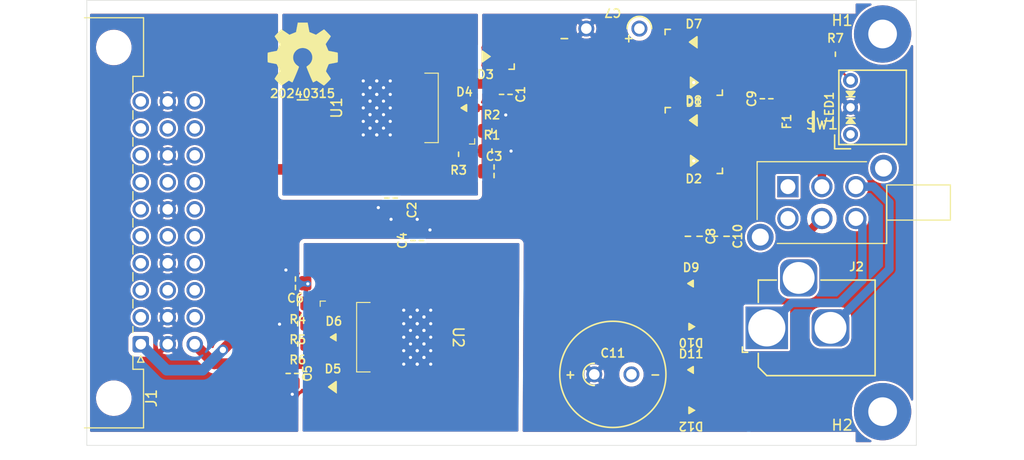
<source format=kicad_pcb>
(kicad_pcb (version 20221018) (generator pcbnew)
  (layers (0 "F.Cu" mixed) (31 "B.Cu" mixed) (34 "B.Paste" user) (35 "F.Paste" user) (36 "B.SilkS" user "B.Silkscreen") (37 "F.SilkS" user "F.Silkscreen") (38 "B.Mask" user) (39 "F.Mask" user) (44 "Edge.Cuts" user))
  (net 0 "")
  (net 1 "/V+")
  (net 2 "/5V")
  (net 10 "GND")
  (net 15 "/V-")
  (net 16 "/Vaux")
  (net 18 "/DC1p")
  (net 19 "Net-(D4-A)")
  (net 20 "/DC1n")
  (net 21 "Net-(D6-K)")
  (net 22 "/AC1_PHASE")
  (net 23 "Net-(SW1-SW1_C1)")
  (net 24 "/AC_PHASE1_IN")
  (net 25 "/AC_NEUT_IN")
  (net 30 "/SBP")
  (net 31 "/DI09")
  (net 32 "/DI10")
  (net 33 "/DI11")
  (net 34 "/DI12")
  (net 35 "/DI13")
  (net 36 "/SBN")
  (net 38 "Net-(LED1-A2)")
  (net 39 "/AC1_NEUT")
  (net 40 "/AC1_NEG_NEUT")
  (net 41 "/AC1_NEG_PHASE")
  (footprint "SquantorLabels:Label_Generic" (layer "F.Cu") (at 118.11 88.155)
    (fp_text reference "N1" hide)
    (fp_text value "20240315" (at 0 0) (layer "F.SilkS") (effects (font (size 0.8 0.8))))
  )
  (footprint "Symbol:OSHW-Symbol_6.7x6mm_SilkScreen" (layer "F.Cu") (at 118.11 84.455)
    (fp_text reference "N2" hide)
    (fp_text value "OHWLOGO" hide)
  )
  (footprint "SquantorResistor:R_0805+0603" (layer "F.Cu") (at 168.275 84.455)
    (fp_text reference "R7" (at 0 -1.5) (layer "F.SilkS") (effects (font (size 0.8 0.8))))
    (fp_text value "4K7")
    (pad "1" smd roundrect (at -0.775 0) (size 1.05 1.3) (layers "F.Cu" "F.Paste" "F.Mask") (net 18 "/DC1p"))
    (pad "2" smd roundrect (at 0.775 0) (size 1.05 1.3) (layers "F.Cu" "F.Paste" "F.Mask") (net 38 "Net-(LED1-A2)"))
  )
  (footprint "SquantorCapacitor:C-050-100-elco-lying" (layer "F.Cu") (at 147.32 82.042 180)
    (fp_text reference "C7" (at 0 1.5 180 unlocked) (layer "F.SilkS") (effects (font (size 0.8 0.8))))
    (fp_text value "470uF")
    (fp_text user "-" (at 4.565 -1 180 unlocked) (layer "F.SilkS") (effects (font (size 0.8 0.8))))
    (fp_text user "+" (at -1.5 -1 180 unlocked) (layer "F.SilkS") (effects (font (size 0.8 0.8))))
    (pad "1" thru_hole circle (at -2.5 0 180) (size 1.5 1.5) (drill 1) (layers "*.Cu" "*.Mask") (net 18 "/DC1p"))
    (pad "2" thru_hole circle (at 2.5 0 180) (size 1.5 1.5) (drill 1) (layers "*.Cu" "*.Mask") (net 10 "GND"))
  )
  (footprint "SquantorResistor:R_0805+0603" (layer "F.Cu") (at 132.795 93.875 180)
    (fp_text reference "R3" (at 0 -1.5) (layer "F.SilkS") (effects (font (size 0.8 0.8))))
    (fp_text value "240")
    (pad "1" smd roundrect (at -0.775 0 180) (size 1.05 1.3) (layers "F.Cu" "F.Paste" "F.Mask") (net 19 "Net-(D4-A)"))
    (pad "2" smd roundrect (at 0.775 0 180) (size 1.05 1.3) (layers "F.Cu" "F.Paste" "F.Mask") (net 1 "/V+"))
  )
  (footprint "SquantorDiodes:SOD-323-nexperia-hand" (layer "F.Cu") (at 154.686 110.109 180)
    (fp_text reference "D10" (at 0 -1.5 180 unlocked) (layer "F.SilkS") (effects (font (size 0.8 0.8))))
    (fp_text value "D")
    (pad "1" smd roundrect (at -1.05 0 180) (size 0.8 0.8) (layers "F.Cu" "F.Paste" "F.Mask") (roundrect_rratio 0.2) (net 40 "/AC1_NEG_NEUT"))
    (pad "2" smd roundrect (at 1.05 0 180) (size 0.8 0.8) (layers "F.Cu" "F.Paste" "F.Mask") (roundrect_rratio 0.2) (net 20 "/DC1n"))
  )
  (footprint "MountingHole:MountingHole_2.7mm_M2.5_Pad" (layer "F.Cu") (at 172.72 118.11)
    (fp_text reference "H2" (at -3.81 1.27) (layer "F.SilkS"))
    (fp_text value "MountingHole")
    (pad "1" thru_hole circle (at 0 0) (size 5.4 5.4) (drill 2.7) (layers "*.Cu" "*.Mask"))
  )
  (footprint "SquantorDiodes:SOD-123F-hand" (layer "F.Cu") (at 154.932 87.122 180)
    (fp_text reference "D8" (at 0 -1.7) (layer "F.SilkS") (effects (font (size 0.8 0.8))))
    (fp_text value "D")
    (pad "1" smd roundrect (at -1.58 0 180) (size 1.64 1.8) (layers "F.Cu" "F.Paste" "F.Mask") (roundrect_rratio 0.2) (net 22 "/AC1_PHASE"))
    (pad "2" smd roundrect (at 1.58 0 180) (size 1.64 1.8) (layers "F.Cu" "F.Paste" "F.Mask") (roundrect_rratio 0.2) (net 10 "GND"))
  )
  (footprint "SquantorCapacitor:C_0805+0603" (layer "F.Cu") (at 117.435 106.02 180)
    (fp_text reference "C6" (at 0 -1.4) (layer "F.SilkS") (effects (font (size 0.8 0.8))))
    (fp_text value "10u")
    (pad "1" smd roundrect (at -0.925 0 180) (size 1.15 1.35) (layers "F.Cu" "F.Paste" "F.Mask") (roundrect_rratio 0.2) (net 21 "Net-(D6-K)"))
    (pad "2" smd roundrect (at 0.925 0 180) (size 1.15 1.35) (layers "F.Cu" "F.Paste" "F.Mask") (roundrect_rratio 0.2) (net 10 "GND"))
  )
  (footprint "SquantorIC:TO-252_D-PAK_IRF" (layer "F.Cu") (at 128.265 111.1 -90)
    (fp_text reference "U2" (at 0 -4.5 -90 unlocked) (layer "F.SilkS"))
    (fp_text value "LM337")
    (pad "1" smd roundrect (at -2.3 6.9 270) (size 1.5 2.5) (layers "F.Cu" "F.Paste" "F.Mask") (roundrect_rratio 0.1) (net 21 "Net-(D6-K)"))
    (pad "2" smd roundrect (at 0 0 270) (size 7 7) (layers "F.Cu" "F.Paste" "F.Mask") (roundrect_rratio 0.02857142857) (net 20 "/DC1n"))
    (pad "3" smd roundrect (at 2.3 6.9 270) (size 1.5 2.5) (layers "F.Cu" "F.Paste" "F.Mask") (roundrect_rratio 0.1) (net 15 "/V-"))
  )
  (footprint "SquantorDiodes:SOD-123F-hand" (layer "F.Cu") (at 154.94 83.312)
    (fp_text reference "D7" (at 0 -1.7) (layer "F.SilkS") (effects (font (size 0.8 0.8))))
    (fp_text value "D")
    (pad "1" smd roundrect (at -1.58 0) (size 1.64 1.8) (layers "F.Cu" "F.Paste" "F.Mask") (roundrect_rratio 0.2) (net 18 "/DC1p"))
    (pad "2" smd roundrect (at 1.58 0) (size 1.64 1.8) (layers "F.Cu" "F.Paste" "F.Mask") (roundrect_rratio 0.2) (net 22 "/AC1_PHASE"))
  )
  (footprint "SquantorConnectors:DIN41612_C3_3x10_Male_Horizontal_THT" (layer "F.Cu") (at 102.87 111.76 90)
    (fp_text reference "J1" (at -5.08 1 90) (layer "F.SilkS"))
    (fp_text value "~")
    (pad "" np_thru_hole circle (at -5.08 -2.54 90) (size 2.85 2.85) (drill 2.85) (layers "*.Cu" "*.Mask"))
    (pad "" np_thru_hole circle (at 27.94 -2.54 90) (size 2.85 2.85) (drill 2.85) (layers "*.Cu" "*.Mask"))
    (pad "A1" thru_hole roundrect (at 0 0 90) (size 1.55 1.55) (drill 1) (layers "*.Cu" "*.Mask") (roundrect_rratio 0.16129) (net 1 "/V+"))
    (pad "A2" thru_hole circle (at 2.54 0 90) (size 1.55 1.55) (drill 1) (layers "*.Cu" "*.Mask") (net 2 "/5V"))
    (pad "A3" thru_hole circle (at 5.08 0 90) (size 1.55 1.55) (drill 1) (layers "*.Cu" "*.Mask"))
    (pad "A4" thru_hole circle (at 7.62 0 90) (size 1.55 1.55) (drill 1) (layers "*.Cu" "*.Mask"))
    (pad "A5" thru_hole circle (at 10.16 0 90) (size 1.55 1.55) (drill 1) (layers "*.Cu" "*.Mask"))
    (pad "A6" thru_hole circle (at 12.7 0 90) (size 1.55 1.55) (drill 1) (layers "*.Cu" "*.Mask"))
    (pad "A7" thru_hole circle (at 15.24 0 90) (size 1.55 1.55) (drill 1) (layers "*.Cu" "*.Mask"))
    (pad "A8" thru_hole circle (at 17.78 0 90) (size 1.55 1.55) (drill 1) (layers "*.Cu" "*.Mask"))
    (pad "A9" thru_hole circle (at 20.32 0 90) (size 1.55 1.55) (drill 1) (layers "*.Cu" "*.Mask"))
    (pad "A10" thru_hole circle (at 22.86 0 90) (size 1.55 1.55) (drill 1) (layers "*.Cu" "*.Mask") (net 30 "/SBP"))
    (pad "B1" thru_hole circle (at 0 2.54 90) (size 1.55 1.55) (drill 1) (layers "*.Cu" "*.Mask") (net 10 "GND"))
    (pad "B2" thru_hole circle (at 2.54 2.54 90) (size 1.55 1.55) (drill 1) (layers "*.Cu" "*.Mask") (net 10 "GND"))
    (pad "B3" thru_hole circle (at 5.08 2.54 90) (size 1.55 1.55) (drill 1) (layers "*.Cu" "*.Mask"))
    (pad "B4" thru_hole circle (at 7.62 2.54 90) (size 1.55 1.55) (drill 1) (layers "*.Cu" "*.Mask") (net 10 "GND"))
    (pad "B5" thru_hole circle (at 10.16 2.54 90) (size 1.55 1.55) (drill 1) (layers "*.Cu" "*.Mask"))
    (pad "B6" thru_hole circle (at 12.7 2.54 90) (size 1.55 1.55) (drill 1) (layers "*.Cu" "*.Mask") (net 10 "GND"))
    (pad "B7" thru_hole circle (at 15.24 2.54 90) (size 1.55 1.55) (drill 1) (layers "*.Cu" "*.Mask"))
    (pad "B8" thru_hole circle (at 17.78 2.54 90) (size 1.55 1.55) (drill 1) (layers "*.Cu" "*.Mask") (net 10 "GND"))
    (pad "B9" thru_hole circle (at 20.32 2.54 90) (size 1.55 1.55) (drill 1) (layers "*.Cu" "*.Mask"))
    (pad "B10" thru_hole circle (at 22.86 2.54 90) (size 1.55 1.55) (drill 1) (layers "*.Cu" "*.Mask") (net 10 "GND"))
    (pad "C1" thru_hole circle (at 0 5.08 90) (size 1.55 1.55) (drill 1) (layers "*.Cu" "*.Mask") (net 15 "/V-"))
    (pad "C2" thru_hole circle (at 2.54 5.08 90) (size 1.55 1.55) (drill 1) (layers "*.Cu" "*.Mask") (net 16 "/Vaux"))
    (pad "C3" thru_hole circle (at 5.08 5.08 90) (size 1.55 1.55) (drill 1) (layers "*.Cu" "*.Mask"))
    (pad "C4" thru_hole circle (at 7.62 5.08 90) (size 1.55 1.55) (drill 1) (layers "*.Cu" "*.Mask"))
    (pad "C5" thru_hole circle (at 10.16 5.08 90) (size 1.55 1.55) (drill 1) (layers "*.Cu" "*.Mask") (net 31 "/DI09"))
    (pad "C6" thru_hole circle (at 12.7 5.08 90) (size 1.55 1.55) (drill 1) (layers "*.Cu" "*.Mask") (net 32 "/DI10"))
    (pad "C7" thru_hole circle (at 15.24 5.08 90) (size 1.55 1.55) (drill 1) (layers "*.Cu" "*.Mask") (net 33 "/DI11"))
    (pad "C8" thru_hole circle (at 17.78 5.08 90) (size 1.55 1.55) (drill 1) (layers "*.Cu" "*.Mask") (net 34 "/DI12"))
    (pad "C9" thru_hole circle (at 20.32 5.08 90) (size 1.55 1.55) (drill 1) (layers "*.Cu" "*.Mask") (net 35 "/DI13"))
    (pad "C10" thru_hole circle (at 22.86 5.08 90) (size 1.55 1.55) (drill 1) (layers "*.Cu" "*.Mask") (net 36 "/SBN"))
  )
  (footprint "SquantorDiodes:SOD-123F-hand" (layer "F.Cu") (at 120.9625 115.785)
    (fp_text reference "D5" (at 0 -1.7) (layer "F.SilkS") (effects (font (size 0.8 0.8))))
    (fp_text value "D")
    (pad "1" smd roundrect (at -1.58 0) (size 1.64 1.8) (layers "F.Cu" "F.Paste" "F.Mask") (roundrect_rratio 0.2) (net 15 "/V-"))
    (pad "2" smd roundrect (at 1.58 0) (size 1.64 1.8) (layers "F.Cu" "F.Paste" "F.Mask") (roundrect_rratio 0.2) (net 20 "/DC1n"))
  )
  (footprint "SquantorDiodes:SOD-323-nexperia-hand" (layer "F.Cu") (at 154.686 117.983 180)
    (fp_text reference "D12" (at 0 -1.5 180 unlocked) (layer "F.SilkS") (effects (font (size 0.8 0.8))))
    (fp_text value "D")
    (pad "1" smd roundrect (at -1.05 0 180) (size 0.8 0.8) (layers "F.Cu" "F.Paste" "F.Mask") (roundrect_rratio 0.2) (net 41 "/AC1_NEG_PHASE"))
    (pad "2" smd roundrect (at 1.05 0 180) (size 0.8 0.8) (layers "F.Cu" "F.Paste" "F.Mask") (roundrect_rratio 0.2) (net 20 "/DC1n"))
  )
  (footprint "SquantorConnectors:BarrelJack_Horizontal_Holed" (layer "F.Cu") (at 161.815 110.22 180)
    (fp_text reference "J2" (at -8.45 5.75) (layer "F.SilkS") (effects (font (size 0.8 0.8))))
    (fp_text value "Jack-DC")
    (pad "1" thru_hole rect (at 0 0 180) (size 4 4) (drill 3.5) (layers "*.Cu" "*.Mask") (net 24 "/AC_PHASE1_IN"))
    (pad "2" thru_hole roundrect (at -6 0 180) (size 3.54 3.5) (drill 3) (layers "*.Cu" "*.Mask") (net 25 "/AC_NEUT_IN"))
    (pad "3" thru_hole roundrect (at -3 4.7 180) (size 3.5 3.5) (drill 3) (layers "*.Cu" "*.Mask"))
  )
  (footprint "SquantorResistor:R_0805+0603" (layer "F.Cu") (at 117.6475 109.83 180)
    (fp_text reference "R5" (at 0 -1.5) (layer "F.SilkS") (effects (font (size 0.8 0.8))))
    (fp_text value "R")
    (pad "1" smd roundrect (at -0.775 0 180) (size 1.05 1.3) (layers "F.Cu" "F.Paste" "F.Mask") (net 21 "Net-(D6-K)"))
    (pad "2" smd roundrect (at 0.775 0 180) (size 1.05 1.3) (layers "F.Cu" "F.Paste" "F.Mask") (net 10 "GND"))
  )
  (footprint "SquantorDiodes:SOD-123F-hand" (layer "F.Cu") (at 154.952 90.678)
    (fp_text reference "D1" (at 0 -1.7) (layer "F.SilkS") (effects (font (size 0.8 0.8))))
    (fp_text value "D")
    (pad "1" smd roundrect (at -1.58 0) (size 1.64 1.8) (layers "F.Cu" "F.Paste" "F.Mask") (roundrect_rratio 0.2) (net 18 "/DC1p"))
    (pad "2" smd roundrect (at 1.58 0) (size 1.64 1.8) (layers "F.Cu" "F.Paste" "F.Mask") (roundrect_rratio 0.2) (net 39 "/AC1_NEUT"))
  )
  (footprint "SquantorDiodes:SOD-123F-hand" (layer "F.Cu") (at 135.335 84.67 180)
    (fp_text reference "D3" (at 0 -1.7) (layer "F.SilkS") (effects (font (size 0.8 0.8))))
    (fp_text value "D")
    (pad "1" smd roundrect (at -1.58 0 180) (size 1.64 1.8) (layers "F.Cu" "F.Paste" "F.Mask") (roundrect_rratio 0.2) (net 18 "/DC1p"))
    (pad "2" smd roundrect (at 1.58 0 180) (size 1.64 1.8) (layers "F.Cu" "F.Paste" "F.Mask") (roundrect_rratio 0.2) (net 1 "/V+"))
  )
  (footprint "SquantorResistor:R_0805+0603" (layer "F.Cu") (at 117.6475 111.735 180)
    (fp_text reference "R6" (at 0 -1.5) (layer "F.SilkS") (effects (font (size 0.8 0.8))))
    (fp_text value "240")
    (pad "1" smd roundrect (at -0.775 0 180) (size 1.05 1.3) (layers "F.Cu" "F.Paste" "F.Mask") (net 21 "Net-(D6-K)"))
    (pad "2" smd roundrect (at 0.775 0 180) (size 1.05 1.3) (layers "F.Cu" "F.Paste" "F.Mask") (net 15 "/V-"))
  )
  (footprint "SquantorCapacitor:C_0805+0603" (layer "F.Cu") (at 126.435 98 -90)
    (fp_text reference "C2" (at 1.125 -1.965 90) (layer "F.SilkS") (effects (font (size 0.8 0.8))))
    (fp_text value "1u")
    (pad "1" smd roundrect (at -0.925 0 270) (size 1.15 1.35) (layers "F.Cu" "F.Paste" "F.Mask") (roundrect_rratio 0.2) (net 1 "/V+"))
    (pad "2" smd roundrect (at 0.925 0 270) (size 1.15 1.35) (layers "F.Cu" "F.Paste" "F.Mask") (roundrect_rratio 0.2) (net 10 "GND"))
  )
  (footprint "SquantorRcl:F_1812-bourns" (layer "F.Cu") (at 166.2 90.8 90)
    (fp_text reference "F1" (at 0 -2.5 90 unlocked) (layer "F.SilkS") (effects (font (size 0.8 0.8))))
    (fp_text value "Fuse")
    (pad "1" smd roundrect (at -2.1 0 90) (size 1.5 3.2) (layers "F.Cu" "F.Paste" "F.Mask") (roundrect_rratio 0.2) (net 23 "Net-(SW1-SW1_C1)"))
    (pad "2" smd roundrect (at 2.1 0 90) (size 1.5 3.2) (layers "F.Cu" "F.Paste" "F.Mask") (roundrect_rratio 0.2) (net 39 "/AC1_NEUT"))
  )
  (footprint "SquantorCapacitor:C_1206_0805" (layer "F.Cu") (at 154.94 101.6 -90)
    (fp_text reference "C8" (at 0 -1.6 90) (layer "F.SilkS") (effects (font (size 0.8 0.8))))
    (fp_text value "10u")
    (pad "1" smd roundrect (at -1.25 0 270) (size 1.5 1.6) (layers "F.Cu" "F.Paste" "F.Mask") (net 39 "/AC1_NEUT"))
    (pad "2" smd roundrect (at 1.25 0 270) (size 1.5 1.6) (layers "F.Cu" "F.Paste" "F.Mask") (net 40 "/AC1_NEG_NEUT"))
  )
  (footprint "SquantorDiodes:SOD-323-nexperia-hand" (layer "F.Cu") (at 133.345 89.51)
    (fp_text reference "D4" (at 0 -1.5 unlocked) (layer "F.SilkS") (effects (font (size 0.8 0.8))))
    (fp_text value "D")
    (pad "1" smd roundrect (at -1.05 0) (size 0.8 0.8) (layers "F.Cu" "F.Paste" "F.Mask") (roundrect_rratio 0.2) (net 1 "/V+"))
    (pad "2" smd roundrect (at 1.05 0) (size 0.8 0.8) (layers "F.Cu" "F.Paste" "F.Mask") (roundrect_rratio 0.2) (net 19 "Net-(D4-A)"))
  )
  (footprint "SquantorCapacitor:C_0805+0603" (layer "F.Cu") (at 137.24 88.24 -90)
    (fp_text reference "C1" (at 0 -1.4 90) (layer "F.SilkS") (effects (font (size 0.8 0.8))))
    (fp_text value "1u")
    (pad "1" smd roundrect (at -0.925 0 270) (size 1.15 1.35) (layers "F.Cu" "F.Paste" "F.Mask") (roundrect_rratio 0.2) (net 18 "/DC1p"))
    (pad "2" smd roundrect (at 0.925 0 270) (size 1.15 1.35) (layers "F.Cu" "F.Paste" "F.Mask") (roundrect_rratio 0.2) (net 10 "GND"))
  )
  (footprint "SquantorIC:TO-252_D-PAK_IRF" (layer "F.Cu") (at 125.81 89.51 90)
    (fp_text reference "U1" (at 0 -4.5 90 unlocked) (layer "F.SilkS"))
    (fp_text value "LM317")
    (pad "1" smd roundrect (at -2.3 6.9 90) (size 1.5 2.5) (layers "F.Cu" "F.Paste" "F.Mask") (roundrect_rratio 0.1) (net 19 "Net-(D4-A)"))
    (pad "2" smd roundrect (at 0 0 90) (size 7 7) (layers "F.Cu" "F.Paste" "F.Mask") (roundrect_rratio 0.02857142857) (net 1 "/V+"))
    (pad "3" smd roundrect (at 2.3 6.9 90) (size 1.5 2.5) (layers "F.Cu" "F.Paste" "F.Mask") (roundrect_rratio 0.1) (net 18 "/DC1p"))
  )
  (footprint "SquantorDiodes:SOD-323-nexperia-hand" (layer "F.Cu") (at 154.686 106.045)
    (fp_text reference "D9" (at 0 -1.5 unlocked) (layer "F.SilkS") (effects (font (size 0.8 0.8))))
    (fp_text value "D")
    (pad "1" smd roundrect (at -1.05 0) (size 0.8 0.8) (layers "F.Cu" "F.Paste" "F.Mask") (roundrect_rratio 0.2) (net 10 "GND"))
    (pad "2" smd roundrect (at 1.05 0) (size 0.8 0.8) (layers "F.Cu" "F.Paste" "F.Mask") (roundrect_rratio 0.2) (net 40 "/AC1_NEG_NEUT"))
  )
  (footprint "SquantorSwitches:PS-22F02" (layer "F.Cu") (at 167.005 98.425)
    (fp_text reference "SW1" (at 0 -7.4 unlocked) (layer "F.SilkS"))
    (fp_text value "switch_DPDT")
    (pad "1" thru_hole rect (at -3.2 -1.5) (size 2 2) (drill 1.4) (layers "*.Cu" "*.Mask"))
    (pad "2" thru_hole circle (at 0 -1.5) (size 2 2) (drill 1.4) (layers "*.Cu" "*.Mask") (net 23 "Net-(SW1-SW1_C1)"))
    (pad "3" thru_hole circle (at 3.2 -1.5) (size 2 2) (drill 1.4) (layers "*.Cu" "*.Mask") (net 25 "/AC_NEUT_IN"))
    (pad "4" thru_hole circle (at 3.2 1.5) (size 2 2) (drill 1.4) (layers "*.Cu" "*.Mask") (net 24 "/AC_PHASE1_IN"))
    (pad "5" thru_hole circle (at 0 1.5) (size 2 2) (drill 1.4) (layers "*.Cu" "*.Mask") (net 22 "/AC1_PHASE"))
    (pad "6" thru_hole circle (at -3.2 1.5) (size 2 2) (drill 1.4) (layers "*.Cu" "*.Mask"))
    (pad "S" thru_hole circle (at -5.8 3.25) (size 2.5 2.5) (drill 1.6) (layers "*.Cu" "*.Mask"))
    (pad "S" thru_hole circle (at 5.8 -3.25) (size 2.5 2.5) (drill 1.6) (layers "*.Cu" "*.Mask"))
  )
  (footprint "SquantorCapacitor:C_0805+0603" (layer "F.Cu") (at 117.1525 114.515 -90)
    (fp_text reference "C5" (at 0 -1.4 90) (layer "F.SilkS") (effects (font (size 0.8 0.8))))
    (fp_text value "1u")
    (pad "1" smd roundrect (at -0.925 0 270) (size 1.15 1.35) (layers "F.Cu" "F.Paste" "F.Mask") (roundrect_rratio 0.2) (net 15 "/V-"))
    (pad "2" smd roundrect (at 0.925 0 270) (size 1.15 1.35) (layers "F.Cu" "F.Paste" "F.Mask") (roundrect_rratio 0.2) (net 10 "GND"))
  )
  (footprint "SquantorCapacitor:C_0805+0603" (layer "F.Cu") (at 161.798 88.646 90)
    (fp_text reference "C9" (at 0 -1.4 90) (layer "F.SilkS") (effects (font (size 0.8 0.8))))
    (fp_text value "10n")
    (pad "1" smd roundrect (at -0.925 0 90) (size 1.15 1.35) (layers "F.Cu" "F.Paste" "F.Mask") (roundrect_rratio 0.2) (net 39 "/AC1_NEUT"))
    (pad "2" smd roundrect (at 0.925 0 90) (size 1.15 1.35) (layers "F.Cu" "F.Paste" "F.Mask") (roundrect_rratio 0.2) (net 22 "/AC1_PHASE"))
  )
  (footprint "SquantorCapacitor:C-035-100-elco" (layer "F.Cu") (at 147.32 114.6)
    (fp_text reference "C11" (at 0 -2 unlocked) (layer "F.SilkS") (effects (font (size 0.8 0.8))))
    (fp_text value "100uF")
    (fp_text user "-" (at 4 0 unlocked) (layer "F.SilkS") (effects (font (size 0.8 0.8))))
    (fp_text user "+" (at -4 0 unlocked) (layer "F.SilkS") (effects (font (size 0.8 0.8))))
    (pad "1" thru_hole circle (at -1.75 0) (size 1.5 1.5) (drill 1) (layers "*.Cu" "*.Mask") (net 10 "GND"))
    (pad "2" thru_hole circle (at 1.75 0) (size 1.5 1.5) (drill 1) (layers "*.Cu" "*.Mask") (net 20 "/DC1n"))
  )
  (footprint "MountingHole:MountingHole_2.7mm_M2.5_Pad" (layer "F.Cu") (at 172.72 82.55)
    (fp_text reference "H1" (at -3.81 -1.27) (layer "F.SilkS"))
    (fp_text value "MountingHole")
    (pad "1" thru_hole circle (at 0 0) (size 5.4 5.4) (drill 2.7) (layers "*.Cu" "*.Mask"))
  )
  (footprint "SquantorCapacitor:C_0805+0603" (layer "F.Cu") (at 136.135 95.475)
    (fp_text reference "C3" (at 0 -1.4) (layer "F.SilkS") (effects (font (size 0.8 0.8))))
    (fp_text value "10u")
    (pad "1" smd roundrect (at -0.925 0) (size 1.15 1.35) (layers "F.Cu" "F.Paste" "F.Mask") (roundrect_rratio 0.2) (net 19 "Net-(D4-A)"))
    (pad "2" smd roundrect (at 0.925 0) (size 1.15 1.35) (layers "F.Cu" "F.Paste" "F.Mask") (roundrect_rratio 0.2) (net 10 "GND"))
  )
  (footprint "SquantorDiodes:LED_DUAL_TH245_90deg" (layer "F.Cu") (at 169.7025 89.46 90)
    (fp_text reference "LED1" (at 0 -2 90 unlocked) (layer "F.SilkS") (effects (font (size 0.8 0.8))))
    (fp_text value "LED_Dual_CC")
    (pad "1" thru_hole circle (at -2.54 0 90) (size 1.4 1.4) (drill 0.8) (layers "*.Cu" "*.Mask"))
    (pad "2" thru_hole circle (at 0 0 90) (size 1.4 1.4) (drill 0.8) (layers "*.Cu" "*.Mask") (net 10 "GND"))
    (pad "3" thru_hole circle (at 2.54 0 90) (size 1.4 1.4) (drill 0.8) (layers "*.Cu" "*.Mask") (net 38 "Net-(LED1-A2)"))
  )
  (footprint "SquantorResistor:R_0805+0603" (layer "F.Cu") (at 135.935 91.675)
    (fp_text reference "R2" (at 0 -1.5) (layer "F.SilkS") (effects (font (size 0.8 0.8))))
    (fp_text value "R")
    (pad "1" smd roundrect (at -0.775 0) (size 1.05 1.3) (layers "F.Cu" "F.Paste" "F.Mask") (net 19 "Net-(D4-A)"))
    (pad "2" smd roundrect (at 0.775 0) (size 1.05 1.3) (layers "F.Cu" "F.Paste" "F.Mask") (net 10 "GND"))
  )
  (footprint "SquantorCapacitor:C_1206_0805" (layer "F.Cu") (at 157.48 101.6 -90)
    (fp_text reference "C10" (at 0 -1.6 90) (layer "F.SilkS") (effects (font (size 0.8 0.8))))
    (fp_text value "10u")
    (pad "1" smd roundrect (at -1.25 0 270) (size 1.5 1.6) (layers "F.Cu" "F.Paste" "F.Mask") (net 22 "/AC1_PHASE"))
    (pad "2" smd roundrect (at 1.25 0 270) (size 1.5 1.6) (layers "F.Cu" "F.Paste" "F.Mask") (net 41 "/AC1_NEG_PHASE"))
  )
  (footprint "SquantorDiodes:SOD-323-nexperia-hand" (layer "F.Cu") (at 154.686 114.173)
    (fp_text reference "D11" (at 0 -1.5 unlocked) (layer "F.SilkS") (effects (font (size 0.8 0.8))))
    (fp_text value "D")
    (pad "1" smd roundrect (at -1.05 0) (size 0.8 0.8) (layers "F.Cu" "F.Paste" "F.Mask") (roundrect_rratio 0.2) (net 10 "GND"))
    (pad "2" smd roundrect (at 1.05 0) (size 0.8 0.8) (layers "F.Cu" "F.Paste" "F.Mask") (roundrect_rratio 0.2) (net 41 "/AC1_NEG_PHASE"))
  )
  (footprint "SquantorDiodes:SOD-123F-hand" (layer "F.Cu") (at 154.94 94.488 180)
    (fp_text reference "D2" (at 0 -1.7) (layer "F.SilkS") (effects (font (size 0.8 0.8))))
    (fp_text value "D")
    (pad "1" smd roundrect (at -1.58 0 180) (size 1.64 1.8) (layers "F.Cu" "F.Paste" "F.Mask") (roundrect_rratio 0.2) (net 39 "/AC1_NEUT"))
    (pad "2" smd roundrect (at 1.58 0 180) (size 1.64 1.8) (layers "F.Cu" "F.Paste" "F.Mask") (roundrect_rratio 0.2) (net 10 "GND"))
  )
  (footprint "SquantorCapacitor:C_0805+0603" (layer "F.Cu") (at 128.9 102 90)
    (fp_text reference "C4" (at 0 -1.4 90) (layer "F.SilkS") (effects (font (size 0.8 0.8))))
    (fp_text value "1u")
    (pad "1" smd roundrect (at -0.925 0 90) (size 1.15 1.35) (layers "F.Cu" "F.Paste" "F.Mask") (roundrect_rratio 0.2) (net 20 "/DC1n"))
    (pad "2" smd roundrect (at 0.925 0 90) (size 1.15 1.35) (layers "F.Cu" "F.Paste" "F.Mask") (roundrect_rratio 0.2) (net 10 "GND"))
  )
  (footprint "SquantorResistor:R_0805+0603" (layer "F.Cu") (at 117.6475 107.925 180)
    (fp_text reference "R4" (at 0 -1.5) (layer "F.SilkS") (effects (font (size 0.8 0.8))))
    (fp_text value "R")
    (pad "1" smd roundrect (at -0.775 0 180) (size 1.05 1.3) (layers "F.Cu" "F.Paste" "F.Mask") (net 21 "Net-(D6-K)"))
    (pad "2" smd roundrect (at 0.775 0 180) (size 1.05 1.3) (layers "F.Cu" "F.Paste" "F.Mask") (net 10 "GND"))
  )
  (footprint "SquantorDiodes:SOD-323-nexperia-hand" (layer "F.Cu") (at 121.0425 111.1)
    (fp_text reference "D6" (at 0 -1.5 unlocked) (layer "F.SilkS") (effects (font (size 0.8 0.8))))
    (fp_text value "D")
    (pad "1" smd roundrect (at -1.05 0) (size 0.8 0.8) (layers "F.Cu" "F.Paste" "F.Mask") (roundrect_rratio 0.2) (net 21 "Net-(D6-K)"))
    (pad "2" smd roundrect (at 1.05 0) (size 0.8 0.8) (layers "F.Cu" "F.Paste" "F.Mask") (roundrect_rratio 0.2) (net 15 "/V-"))
  )
  (footprint "SquantorResistor:R_0805+0603" (layer "F.Cu") (at 135.935 93.575)
    (fp_text reference "R1" (at 0 -1.5) (layer "F.SilkS") (effects (font (size 0.8 0.8))))
    (fp_text value "R")
    (pad "1" smd roundrect (at -0.775 0) (size 1.05 1.3) (layers "F.Cu" "F.Paste" "F.Mask") (net 19 "Net-(D4-A)"))
    (pad "2" smd roundrect (at 0.775 0) (size 1.05 1.3) (layers "F.Cu" "F.Paste" "F.Mask") (net 10 "GND"))
  )
  (gr_line (start 97.79 79.375) (end 175.895 79.375) (stroke (width 0.05)) (layer "Edge.Cuts"))
  (gr_line (start 97.79 121.285) (end 97.79 79.375) (stroke (width 0.05)) (layer "Edge.Cuts"))
  (gr_line (start 175.895 79.375) (end 175.895 121.285) (stroke (width 0.05)) (layer "Edge.Cuts"))
  (gr_line (start 175.895 121.285) (end 97.79 121.285) (stroke (width 0.05)) (layer "Edge.Cuts"))
  (segment (start 110.6 112.3) (end 114.8 108.1) (width 1) (layer "F.Cu") (net 1))
  (segment (start 114.8 95.7) (end 115.2 95.3) (width 1) (layer "F.Cu") (net 1))
  (segment (start 114.8 108.1) (end 114.8 95.7) (width 1) (layer "F.Cu") (net 1))
  (segment (start 115.2 95.3) (end 120.02 95.3) (width 1) (layer "F.Cu") (net 1))
  (segment (start 120.02 95.3) (end 125.81 89.51) (width 1) (layer "F.Cu") (net 1))
  (via (at 125.725 91.415) (size 0.6) (drill 0.3) (layers "F.Cu" "B.Cu") (net 1))
  (via (at 123.82 89.51) (size 0.6) (drill 0.3) (layers "F.Cu" "B.Cu") (net 1))
  (via (at 124.455 88.875) (size 0.6) (drill 0.3) (layers "F.Cu" "B.Cu") (net 1))
  (via (at 125.09 90.78) (size 0.6) (drill 0.3) (layers "F.Cu" "B.Cu") (net 1))
  (via (at 125.09 92.05) (size 0.6) (drill 0.3) (layers "F.Cu" "B.Cu") (net 1))
  (via (at 125.09 92.05) (size 0.6) (drill 0.3) (layers "F.Cu" "B.Cu") (net 1))
  (via (at 123.82 86.97) (size 0.6) (drill 0.3) (layers "F.Cu" "B.Cu") (net 1))
  (via (at 110.6 112.3) (size 1) (drill 0.6) (layers "F.Cu" "B.Cu") (net 1))
  (via (at 123.82 90.78) (size 0.6) (drill 0.3) (layers "F.Cu" "B.Cu") (net 1))
  (via (at 125.725 90.145) (size 0.6) (drill 0.3) (layers "F.Cu" "B.Cu") (net 1))
  (via (at 126.36 89.51) (size 0.6) (drill 0.3) (layers "F.Cu" "B.Cu") (net 1))
  (via (at 125.09 88.24) (size 0.6) (drill 0.3) (layers "F.Cu" "B.Cu") (net 1))
  (via (at 125.09 89.51) (size 0.6) (drill 0.3) (layers "F.Cu" "B.Cu") (net 1))
  (via (at 125.09 90.78) (size 0.6) (drill 0.3) (layers "F.Cu" "B.Cu") (net 1))
  (via (at 125.09 89.51) (size 0.6) (drill 0.3) (layers "F.Cu" "B.Cu") (net 1))
  (via (at 125.09 86.97) (size 0.6) (drill 0.3) (layers "F.Cu" "B.Cu") (net 1))
  (via (at 124.455 87.605) (size 0.6) (drill 0.3) (layers "F.Cu" "B.Cu") (net 1))
  (via (at 124.455 91.415) (size 0.6) (drill 0.3) (layers "F.Cu" "B.Cu") (net 1))
  (via (at 123.82 92.05) (size 0.6) (drill 0.3) (layers "F.Cu" "B.Cu") (net 1))
  (via (at 124.455 87.605) (size 0.6) (drill 0.3) (layers "F.Cu" "B.Cu") (net 1))
  (via (at 125.09 86.97) (size 0.6) (drill 0.3) (layers "F.Cu" "B.Cu") (net 1))
  (via (at 126.36 88.24) (size 0.6) (drill 0.3) (layers "F.Cu" "B.Cu") (net 1))
  (via (at 124.455 90.145) (size 0.6) (drill 0.3) (layers "F.Cu" "B.Cu") (net 1))
  (via (at 126.36 86.97) (size 0.6) (drill 0.3) (layers "F.Cu" "B.Cu") (net 1))
  (via (at 124.455 90.145) (size 0.6) (drill 0.3) (layers "F.Cu" "B.Cu") (net 1))
  (via (at 125.725 87.605) (size 0.6) (drill 0.3) (layers "F.Cu" "B.Cu") (net 1))
  (via (at 126.36 90.78) (size 0.6) (drill 0.3) (layers "F.Cu" "B.Cu") (net 1))
  (via (at 126.36 92.05) (size 0.6) (drill 0.3) (layers "F.Cu" "B.Cu") (net 1))
  (via (at 125.09 88.24) (size 0.6) (drill 0.3) (layers "F.Cu" "B.Cu") (net 1))
  (via (at 125.725 88.875) (size 0.6) (drill 0.3) (layers "F.Cu" "B.Cu") (net 1))
  (via (at 123.82 88.24) (size 0.6) (drill 0.3) (layers "F.Cu" "B.Cu") (net 1))
  (via (at 124.455 91.415) (size 0.6) (drill 0.3) (layers "F.Cu" "B.Cu") (net 1))
  (via (at 124.455 88.875) (size 0.6) (drill 0.3) (layers "F.Cu" "B.Cu") (net 1))
  (segment (start 105.31 114.2) (end 108.7 114.2) (width 1) (layer "B.Cu") (net 1))
  (segment (start 108.7 114.2) (end 110.6 112.3) (width 1) (layer "B.Cu") (net 1))
  (segment (start 102.87 111.76) (end 105.31 114.2) (width 1) (layer "B.Cu") (net 1))
  (via (at 115.935 109.875) (size 0.6) (drill 0.3) (layers "F.Cu" "B.Cu") (net 10))
  (via (at 126.435 100) (size 0.6) (drill 0.3) (layers "F.Cu" "B.Cu") (net 10))
  (via (at 154.94 94.488) (size 0.6) (drill 0.3) (layers "F.Cu" "B.Cu") (net 10))
  (via (at 137.735 93.575) (size 0.6) (drill 0.3) (layers "F.Cu" "B.Cu") (net 10))
  (via (at 116.535 104.775) (size 0.6) (drill 0.3) (layers "F.Cu" "B.Cu") (net 10))
  (via (at 137.235 90.175) (size 0.6) (drill 0.3) (layers "F.Cu" "B.Cu") (net 10))
  (via (at 117.135 116.475) (size 0.6) (drill 0.3) (layers "F.Cu" "B.Cu") (net 10))
  (via (at 125.235 98.9) (size 0.6) (drill 0.3) (layers "F.Cu" "B.Cu") (net 10))
  (via (at 130.1 101) (size 0.6) (drill 0.3) (layers "F.Cu" "B.Cu") (net 10))
  (via (at 128.9 100) (size 0.6) (drill 0.3) (layers "F.Cu" "B.Cu") (net 10))
  (via (at 118.6 106.075) (size 0.6) (drill 0.3) (layers "F.Cu" "B.Cu") (net 10))
  (via (at 154.94 87.122) (size 0.6) (drill 0.3) (layers "F.Cu" "B.Cu") (net 10))
  (segment (start 116.8725 111.735) (end 116.8725 113.31) (width 0.4) (layer "F.Cu") (net 15))
  (segment (start 116.8725 113.31) (end 117.1525 113.59) (width 0.4) (layer "F.Cu") (net 15))
  (segment (start 119.42 113.59) (end 117.1525 113.59) (width 1) (layer "F.Cu") (net 15))
  (segment (start 109.805 113.615) (end 107.95 111.76) (width 1) (layer "F.Cu") (net 15))
  (segment (start 119.3825 113.6275) (end 119.42 113.59) (width 1) (layer "F.Cu") (net 15))
  (segment (start 117.1525 113.59) (end 109.83 113.59) (width 1) (layer "F.Cu") (net 15))
  (segment (start 121.365 113.4) (end 119.61 113.4) (width 1) (layer "F.Cu") (net 15))
  (segment (start 109.83 113.59) (end 109.805 113.615) (width 1) (layer "F.Cu") (net 15))
  (segment (start 119.61 113.4) (end 119.42 113.59) (width 1) (layer "F.Cu") (net 15))
  (segment (start 122.0925 111.1) (end 122.0925 111.7175) (width 0.4) (layer "F.Cu") (net 15))
  (segment (start 119.3825 115.785) (end 119.3825 113.6275) (width 1) (layer "F.Cu") (net 15))
  (segment (start 121.365 112.445) (end 121.365 113.4) (width 0.4) (layer "F.Cu") (net 15))
  (segment (start 122.0925 111.7175) (end 121.365 112.445) (width 0.4) (layer "F.Cu") (net 15))
  (segment (start 135.87 87.21) (end 132.71 87.21) (width 1) (layer "F.Cu") (net 18))
  (segment (start 137.24 87.315) (end 135.975 87.315) (width 1) (layer "F.Cu") (net 18))
  (segment (start 136.915 84.67) (end 136.915 85.855) (width 1) (layer "F.Cu") (net 18))
  (segment (start 137.24 86.18) (end 137.24 87.315) (width 1) (layer "F.Cu") (net 18))
  (segment (start 135.975 87.315) (end 135.87 87.21) (width 1) (layer "F.Cu") (net 18))
  (segment (start 136.915 85.855) (end 137.24 86.18) (width 1) (layer "F.Cu") (net 18))
  (segment (start 142.385 87.315) (end 137.24 87.315) (width 1) (layer "F.Cu") (net 18))
  (segment (start 135.16 89.6) (end 135.16 91.675) (width 0.4) (layer "F.Cu") (net 19))
  (segment (start 135.16 93.575) (end 135.16 95.425) (width 0.4) (layer "F.Cu") (net 19))
  (segment (start 135.16 91.675) (end 135.16 93.575) (width 0.4) (layer "F.Cu") (net 19))
  (segment (start 133.87 93.575) (end 133.57 93.875) (width 0.4) (layer "F.Cu") (net 19))
  (segment (start 135.16 93.575) (end 133.87 93.575) (width 0.4) (layer "F.Cu") (net 19))
  (segment (start 134.395 89.51) (end 135.07 89.51) (width 0.4) (layer "F.Cu") (net 19))
  (segment (start 133.57 92.11) (end 133.57 93.875) (width 0.4) (layer "F.Cu") (net 19))
  (segment (start 132.71 91.81) (end 133.27 91.81) (width 0.4) (layer "F.Cu") (net 19))
  (segment (start 133.27 91.81) (end 133.57 92.11) (width 0.4) (layer "F.Cu") (net 19))
  (segment (start 135.07 89.51) (end 135.16 89.6) (width 0.4) (layer "F.Cu") (net 19))
  (segment (start 135.16 95.425) (end 135.21 95.475) (width 0.4) (layer "F.Cu") (net 19))
  (segment (start 133.06 111.1) (end 128.9 111.1) (width 1) (layer "F.Cu") (net 20))
  (segment (start 136.57 114.61) (end 133.06 111.1) (width 1) (layer "F.Cu") (net 20))
  (via (at 128.265 113.005) (size 0.6) (drill 0.3) (layers "F.Cu" "B.Cu") (net 20))
  (via (at 128.9 109.83) (size 0.6) (drill 0.3) (layers "F.Cu" "B.Cu") (net 20))
  (via (at 129.535 110.465) (size 0.6) (drill 0.3) (layers "F.Cu" "B.Cu") (net 20))
  (via (at 128.9 111.1) (size 0.6) (drill 0.3) (layers "F.Cu" "B.Cu") (net 20))
  (via (at 127.63 109.83) (size 0.6) (drill 0.3) (layers "F.Cu" "B.Cu") (net 20))
  (via (at 127.63 112.37) (size 0.6) (drill 0.3) (layers "F.Cu" "B.Cu") (net 20))
  (via (at 129.535 111.735) (size 0.6) (drill 0.3) (layers "F.Cu" "B.Cu") (net 20))
  (via (at 128.265 109.195) (size 0.6) (drill 0.3) (layers "F.Cu" "B.Cu") (net 20))
  (via (at 130.17 109.83) (size 0.6) (drill 0.3) (layers "F.Cu" "B.Cu") (net 20))
  (via (at 128.265 111.735) (size 0.6) (drill 0.3) (layers "F.Cu" "B.Cu") (net 20))
  (via (at 130.17 108.56) (size 0.6) (drill 0.3) (layers "F.Cu" "B.Cu") (net 20))
  (via (at 128.9 108.56) (size 0.6) (drill 0.3) (layers "F.Cu" "B.Cu") (net 20))
  (via (at 128.9 111.1) (size 0.6) (drill 0.3) (layers "F.Cu" "B.Cu") (net 20))
  (via (at 128.265 110.465) (size 0.6) (drill 0.3) (layers "F.Cu" "B.Cu") (net 20))
  (via (at 130.17 111.1) (size 0.6) (drill 0.3) (layers "F.Cu" "B.Cu") (net 20))
  (via (at 127.63 113.64) (size 0.6) (drill 0.3) (layers "F.Cu" "B.Cu") (net 20))
  (via (at 128.9 108.56) (size 0.6) (drill 0.3) (layers "F.Cu" "B.Cu") (net 20))
  (via (at 128.9 109.83) (size 0.6) (drill 0.3) (layers "F.Cu" "B.Cu") (net 20))
  (via (at 130.17 112.37) (size 0.6) (drill 0.3) (layers "F.Cu" "B.Cu") (net 20))
  (via (at 129.535 113.005) (size 0.6) (drill 0.3) (layers "F.Cu" "B.Cu") (net 20))
  (via (at 130.17 113.64) (size 0.6) (drill 0.3) (layers "F.Cu" "B.Cu") (net 20))
  (via (at 129.535 109.195) (size 0.6) (drill 0.3) (layers "F.Cu" "B.Cu") (net 20))
  (via (at 129.535 111.735) (size 0.6) (drill 0.3) (layers "F.Cu" "B.Cu") (net 20))
  (via (at 129.535 109.195) (size 0.6) (drill 0.3) (layers "F.Cu" "B.Cu") (net 20))
  (via (at 128.9 113.64) (size 0.6) (drill 0.3) (layers "F.Cu" "B.Cu") (net 20))
  (via (at 128.9 112.37) (size 0.6) (drill 0.3) (layers "F.Cu" "B.Cu") (net 20))
  (via (at 128.9 113.64) (size 0.6) (drill 0.3) (layers "F.Cu" "B.Cu") (net 20))
  (via (at 127.63 111.1) (size 0.6) (drill 0.3) (layers "F.Cu" "B.Cu") (net 20))
  (via (at 129.535 113.005) (size 0.6) (drill 0.3) (layers "F.Cu" "B.Cu") (net 20))
  (via (at 129.535 110.465) (size 0.6) (drill 0.3) (layers "F.Cu" "B.Cu") (net 20))
  (via (at 127.63 108.56) (size 0.6) (drill 0.3) (layers "F.Cu" "B.Cu") (net 20))
  (via (at 128.9 112.37) (size 0.6) (drill 0.3) (layers "F.Cu" "B.Cu") (net 20))
  (segment (start 119.9925 110.3175) (end 119.9925 111.1) (width 0.4) (layer "F.Cu") (net 21))
  (segment (start 119.9925 111.1) (end 119.9925 111.7175) (width 0.4) (layer "F.Cu") (net 21))
  (segment (start 118.5625 111.875) (end 118.4225 111.735) (width 0.4) (layer "F.Cu") (net 21))
  (segment (start 121.035 110.075) (end 120.235 110.075) (width 0.4) (layer "F.Cu") (net 21))
  (segment (start 120.235 110.075) (end 119.9925 110.3175) (width 0.4) (layer "F.Cu") (net 21))
  (segment (start 118.4225 109.83) (end 118.4225 107.925) (width 0.4) (layer "F.Cu") (net 21))
  (segment (start 118.4225 107.925) (end 118.4225 106.0825) (width 0.4) (layer "F.Cu") (net 21))
  (segment (start 119.835 111.875) (end 118.5625 111.875) (width 0.4) (layer "F.Cu") (net 21))
  (segment (start 121.365 108.8) (end 121.365 109.745) (width 0.4) (layer "F.Cu") (net 21))
  (segment (start 118.4225 106.0825) (end 118.36 106.02) (width 0.4) (layer "F.Cu") (net 21))
  (segment (start 118.4225 111.735) (end 118.4225 109.83) (width 0.4) (layer "F.Cu") (net 21))
  (segment (start 119.9925 111.7175) (end 119.835 111.875) (width 0.4) (layer "F.Cu") (net 21))
  (segment (start 121.365 109.745) (end 121.035 110.075) (width 0.4) (layer "F.Cu") (net 21))
  (segment (start 167.005 99.925) (end 164.405862 102.524138) (width 0.8) (layer "F.Cu") (net 22))
  (segment (start 160.02 104.14) (end 159.08 103.2) (width 0.8) (layer "F.Cu") (net 22))
  (segment (start 159.08 103.2) (end 159.08 100.33) (width 0.8) (layer "F.Cu") (net 22))
  (segment (start 159.06 100.35) (end 157.48 100.35) (width 0.8) (layer "F.Cu") (net 22))
  (segment (start 159.08 100.33) (end 159.08 99.365) (width 0.8) (layer "F.Cu") (net 22))
  (segment (start 159.08 100.33) (end 159.06 100.35) (width 0.8) (layer "F.Cu") (net 22))
  (segment (start 159.08 99.365) (end 159.385 99.06) (width 0.8) (layer "F.Cu") (net 22))
  (segment (start 163.255 102.524138) (end 161.639138 104.14) (width 0.8) (layer "F.Cu") (net 22))
  (segment (start 164.405862 102.524138) (end 163.255 102.524138) (width 0.8) (layer "F.Cu") (net 22))
  (segment (start 161.639138 104.14) (end 160.02 104.14) (width 0.8) (layer "F.Cu") (net 22))
  (segment (start 167.005 95.25) (end 166.2 94.445) (width 0.8) (layer "F.Cu") (net 23))
  (segment (start 166.2 94.445) (end 166.2 92.9) (width 0.8) (layer "F.Cu") (net 23))
  (segment (start 167.005 96.925) (end 167.005 95.25) (width 0.8) (layer "F.Cu") (net 23))
  (segment (start 161.815 110.22) (end 164.165 107.87) (width 0.8) (layer "B.Cu") (net 24))
  (segment (start 164.165 107.87) (end 168.6725 107.87) (width 0.8) (layer "B.Cu") (net 24))
  (segment (start 170.815 105.7275) (end 170.815 100.535) (width 0.8) (layer "B.Cu") (net 24))
  (segment (start 168.6725 107.87) (end 170.815 105.7275) (width 0.8) (layer "B.Cu") (net 24))
  (segment (start 170.815 100.535) (end 170.205 99.925) (width 0.8) (layer "B.Cu") (net 24))
  (segment (start 167.815 110.22) (end 173.355 104.68) (width 0.8) (layer "B.Cu") (net 25))
  (segment (start 173.355 98.425) (end 171.855 96.925) (width 0.8) (layer "B.Cu") (net 25))
  (segment (start 173.355 104.68) (end 173.355 98.425) (width 0.8) (layer "B.Cu") (net 25))
  (segment (start 171.855 96.925) (end 170.205 96.925) (width 0.8) (layer "B.Cu") (net 25))
  (segment (start 169.7025 86.92) (end 169.05 86.2675) (width 0.2) (layer "F.Cu") (net 38))
  (segment (start 169.05 86.2675) (end 169.05 84.455) (width 0.2) (layer "F.Cu") (net 38))
  (zone (net 40) (net_name "/AC1_NEG_NEUT") (layer "F.Cu") (priority 4) (connect_pads (clearance 0.2)) (min_thickness 0.25) (fill yes (thermal_gap 0.5) (thermal_bridge_width 0.5))
    (polygon (pts (xy 160.02 104.521) (xy 154.94 104.521) (xy 154.94 111.887) (xy 160.02 111.887)))
  )
  (zone (net 41) (net_name "/AC1_NEG_PHASE") (layer "F.Cu") (priority 5) (connect_pads (clearance 0.2)) (min_thickness 0.25) (fill yes (thermal_gap 0.5) (thermal_bridge_width 0.5))
    (polygon (pts (xy 154.94 112.395) (xy 154.94 120.015) (xy 160.02 120.015) (xy 160.02 112.395)))
  )
  (zone (net 1) (net_name "/V+") (layers "F&B.Cu") (priority 1) (connect_pads (clearance 0.2)) (min_thickness 0.2) (fill yes (thermal_gap 0.2) (thermal_bridge_width 0.5))
    (polygon (pts (xy 134.615 97.765) (xy 116.2 97.765) (xy 116.2 80.62) (xy 134.615 80.62)))
  )
  (zone (net 10) (net_name "GND") (layers "F&B.Cu") (connect_pads (clearance 0.2)) (min_thickness 0.2) (fill yes (thermal_gap 0.2) (thermal_bridge_width 0.5))
    (polygon (pts (xy 97.79 79.375) (xy 175.895 79.375) (xy 175.895 121.285) (xy 97.79 121.285)))
  )
  (zone (net 20) (net_name "/DC1n") (layers "F&B.Cu") (priority 2) (connect_pads (clearance 0.2)) (min_thickness 0.2) (fill yes (thermal_gap 0.2) (thermal_bridge_width 0.5))
    (polygon (pts (xy 138.425 119.99) (xy 138.525 102.24) (xy 118.205 102.24) (xy 118.105 119.99)))
  )
  (zone locked (net 0) (net_name "") (layers "F&B.Cu" "Edge.Cuts") (name "bottom keepout") (connect_pads (clearance 0)) (min_thickness 0.25)
    (keepout (tracks not_allowed) (vias not_allowed) (pads not_allowed) (copperpour not_allowed) (footprints not_allowed))
    (fill (thermal_gap 0.5) (thermal_bridge_width 0.5))
    (polygon (pts (xy 97.79 121.285) (xy 97.79 120.015) (xy 170.18 120.015) (xy 170.18 121.285)))
  )
  (zone (net 0) (net_name "") (layers "F&B.Cu" "Edge.Cuts") (connect_pads (clearance 0)) (min_thickness 0.25)
    (keepout (tracks not_allowed) (vias not_allowed) (pads not_allowed) (copperpour not_allowed) (footprints not_allowed))
    (fill (thermal_gap 0.5) (thermal_bridge_width 0.5))
    (polygon (pts (xy 97.79 79.375) (xy 97.79 80.645) (xy 170.18 80.645) (xy 170.18 79.375)))
  )
)
</source>
